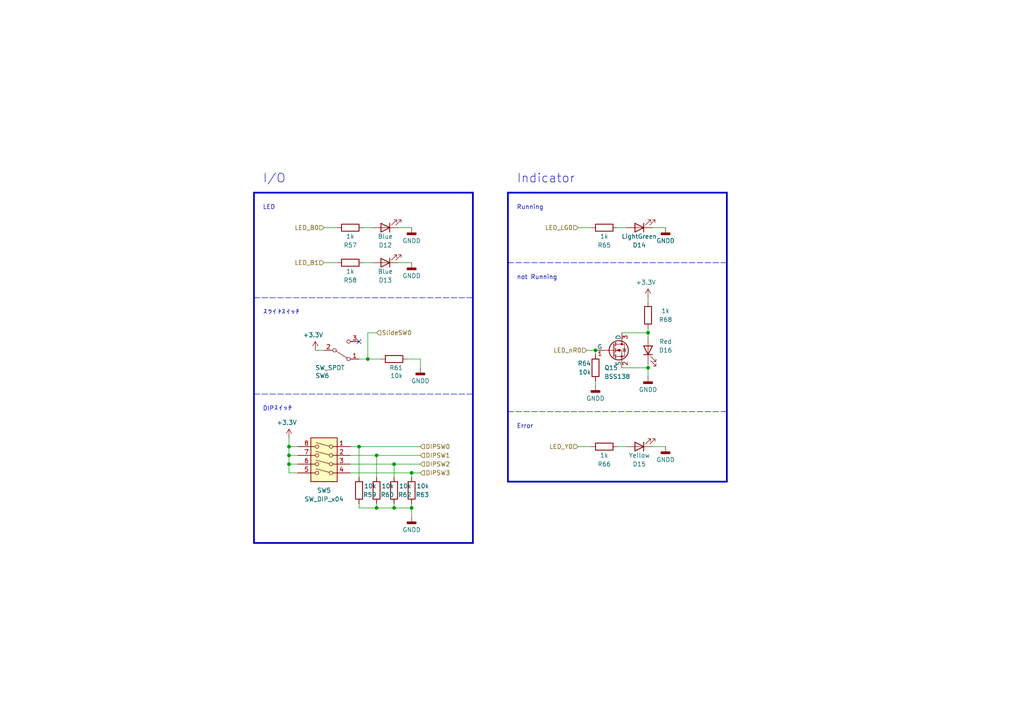
<source format=kicad_sch>
(kicad_sch (version 20230121) (generator eeschema)
  (paper "A4")
  (lib_symbols
    (symbol "Device:LED" (pin_numbers hide) (pin_names (offset 1.016) hide)
      (property "Reference" "D" (at 0 2.54 0))
      (property "Value" "LED" (at 0 -2.54 0))
      (symbol "LED_0_1"
        (polyline (pts (xy -1.27 -1.27) (xy -1.27 1.27)) (stroke (width 0.254)))
        (polyline (pts (xy -1.27 0) (xy 1.27 0)))
        (polyline (pts (xy 1.27 -1.27) (xy 1.27 1.27) (xy -1.27 0) (xy 1.27 -1.27)) (stroke (width 0.254)))
        (polyline (pts (xy -3.048 -0.762) (xy -4.572 -2.286) (xy -3.81 -2.286) (xy -4.572 -2.286) (xy -4.572 -1.524)))
        (polyline (pts (xy -1.778 -0.762) (xy -3.302 -2.286) (xy -2.54 -2.286) (xy -3.302 -2.286) (xy -3.302 -1.524)))
      )
      (symbol "LED_1_1"
        (pin passive line (at -3.81 0 0) (length 2.54) (name "K") (number "1"))
        (pin passive line (at 3.81 0 180) (length 2.54) (name "A") (number "2"))
      )
    )
    (symbol "Device:R" (pin_numbers hide) (pin_names (offset 0))
      (property "Reference" "R" (at 2.032 0 90))
      (property "Value" "R" (at 0 0 90))
      (symbol "R_0_1"
        (rectangle (start -1.016 -2.54) (end 1.016 2.54) (stroke (width 0.254)))
      )
      (symbol "R_1_1"
        (pin passive line (at 0 3.81 270) (length 1.27) (name "~") (number "1"))
        (pin passive line (at 0 -3.81 90) (length 1.27) (name "~") (number "2"))
      )
    )
    (symbol "Q_NMOS_GSD_1" (pin_names (offset 0))
      (property "Reference" "Q" (at 5.08 1.27 0))
      (property "Value" "Q_NMOS_GSD_1" (at 5.08 -1.27 0))
      (symbol "Q_NMOS_GSD_1_0_1"
        (polyline (pts (xy 0.254 0) (xy -2.54 0)))
        (polyline (pts (xy 0.254 1.905) (xy 0.254 -1.905)) (stroke (width 0.254)))
        (polyline (pts (xy 0.762 -1.27) (xy 0.762 -2.286)) (stroke (width 0.254)))
        (polyline (pts (xy 0.762 0.508) (xy 0.762 -0.508)) (stroke (width 0.254)))
        (polyline (pts (xy 0.762 2.286) (xy 0.762 1.27)) (stroke (width 0.254)))
        (polyline (pts (xy 2.54 2.54) (xy 2.54 1.778)))
        (polyline (pts (xy 2.54 -2.54) (xy 2.54 0) (xy 0.762 0)))
        (polyline (pts (xy 0.762 -1.778) (xy 3.302 -1.778) (xy 3.302 1.778) (xy 0.762 1.778)))
        (polyline (pts (xy 1.016 0) (xy 2.032 0.381) (xy 2.032 -0.381) (xy 1.016 0)) (fill (type outline)))
        (polyline (pts (xy 2.794 0.508) (xy 2.921 0.381) (xy 3.683 0.381) (xy 3.81 0.254)))
        (polyline (pts (xy 3.302 0.381) (xy 2.921 -0.254) (xy 3.683 -0.254) (xy 3.302 0.381)))
        (circle (center 1.651 0) (radius 2.794) (stroke (width 0.254)))
        (circle (center 2.54 -1.778) (radius 0.254) (fill (type outline)))
        (circle (center 2.54 1.778) (radius 0.254) (fill (type outline)))
      )
      (symbol "Q_NMOS_GSD_1_1_1"
        (pin input line (at -5.08 0 0) (length 2.54) (name "G") (number "1"))
        (pin passive line (at 2.54 -5.08 90) (length 2.54) (name "S") (number "2"))
        (pin passive line (at 2.54 5.08 270) (length 2.54) (name "D") (number "3"))
      )
    )
    (symbol "Switch:SW_DIP_x04" (pin_names (offset 0) hide)
      (property "Reference" "SW" (at 0 8.89 0))
      (property "Value" "SW_DIP_x04" (at 0 -6.35 0))
      (symbol "SW_DIP_x04_0_0"
        (circle (center -2.032 -2.54) (radius 0.508))
        (circle (center -2.032 0) (radius 0.508))
        (circle (center -2.032 2.54) (radius 0.508))
        (circle (center -2.032 5.08) (radius 0.508))
        (polyline (pts (xy -1.524 -2.3876) (xy 2.3622 -1.3462)))
        (polyline (pts (xy -1.524 0.127) (xy 2.3622 1.1684)))
        (polyline (pts (xy -1.524 2.667) (xy 2.3622 3.7084)))
        (polyline (pts (xy -1.524 5.207) (xy 2.3622 6.2484)))
        (circle (center 2.032 -2.54) (radius 0.508))
        (circle (center 2.032 0) (radius 0.508))
        (circle (center 2.032 2.54) (radius 0.508))
        (circle (center 2.032 5.08) (radius 0.508))
      )
      (symbol "SW_DIP_x04_0_1"
        (rectangle (start -3.81 7.62) (end 3.81 -5.08) (stroke (width 0.254)) (fill (type background)))
      )
      (symbol "SW_DIP_x04_1_1"
        (pin passive line (at -7.62 5.08 0) (length 5.08) (name "~") (number "1"))
        (pin passive line (at -7.62 2.54 0) (length 5.08) (name "~") (number "2"))
        (pin passive line (at -7.62 0 0) (length 5.08) (name "~") (number "3"))
        (pin passive line (at -7.62 -2.54 0) (length 5.08) (name "~") (number "4"))
        (pin passive line (at 7.62 -2.54 180) (length 5.08) (name "~") (number "5"))
        (pin passive line (at 7.62 0 180) (length 5.08) (name "~") (number "6"))
        (pin passive line (at 7.62 2.54 180) (length 5.08) (name "~") (number "7"))
        (pin passive line (at 7.62 5.08 180) (length 5.08) (name "~") (number "8"))
      )
    )
    (symbol "Switch:SW_SPDT" (pin_names (offset 0) hide)
      (property "Reference" "SW" (at 0 4.318 0))
      (property "Value" "SW_SPDT" (at 0 -5.08 0))
      (symbol "SW_SPDT_0_0"
        (circle (center -2.032 0) (radius 0.508))
        (circle (center 2.032 -2.54) (radius 0.508))
      )
      (symbol "SW_SPDT_0_1"
        (polyline (pts (xy -1.524 0.254) (xy 1.651 2.286)))
        (circle (center 2.032 2.54) (radius 0.508))
      )
      (symbol "SW_SPDT_1_1"
        (pin passive line (at 5.08 2.54 180) (length 2.54) (name "A") (number "1"))
        (pin passive line (at -5.08 0 0) (length 2.54) (name "B") (number "2"))
        (pin passive line (at 5.08 -2.54 180) (length 2.54) (name "C") (number "3"))
      )
    )
    (symbol "power:+3.3V" (power) (pin_names (offset 0))
      (property "Value" "+3.3V" (at 0 3.556 0))
      (symbol "+3.3V_0_1"
        (polyline (pts (xy -0.762 1.27) (xy 0 2.54)))
        (polyline (pts (xy 0 0) (xy 0 2.54)))
        (polyline (pts (xy 0 2.54) (xy 0.762 1.27)))
      )
      (symbol "+3.3V_1_1"
        (pin power_in line (at 0 0 90) (length 0) hide (name "+3.3V") (number "1"))
      )
    )
    (symbol "power:GNDD" (power) (pin_names (offset 0))
      (property "Value" "GNDD" (at 0 -3.175 0))
      (symbol "GNDD_0_1"
        (rectangle (start -1.27 -1.524) (end 1.27 -2.032) (stroke (width 0.254)) (fill (type outline)))
        (polyline (pts (xy 0 0) (xy 0 -1.524)))
      )
      (symbol "GNDD_1_1"
        (pin power_in line (at 0 0 270) (length 0) hide (name "GNDD") (number "1"))
      )
    )
  )
  (junction (at 104.14 129.54))
  (junction (at 172.72 101.6))
  (junction (at 83.82 129.54))
  (junction (at 109.22 147.32))
  (junction (at 187.96 106.68))
  (junction (at 106.68 104.14))
  (junction (at 83.82 134.62))
  (junction (at 109.22 132.08))
  (junction (at 187.96 96.52))
  (junction (at 83.82 132.08))
  (junction (at 119.38 137.16))
  (junction (at 114.3 134.62))
  (junction (at 119.38 147.32))
  (junction (at 114.3 147.32))
  (no_connect (at 104.14 99.06))
  (wire (pts (xy 187.96 86.36) (xy 187.96 87.63)))
  (wire (pts (xy 187.96 106.68) (xy 187.96 109.22)))
  (wire (pts (xy 109.22 138.43) (xy 109.22 132.08)))
  (wire (pts (xy 101.6 137.16) (xy 119.38 137.16)))
  (wire (pts (xy 104.14 147.32) (xy 104.14 146.05)))
  (wire (pts (xy 187.96 106.68) (xy 187.96 105.41)))
  (polyline (pts (xy 147.32 76.2) (xy 210.82 76.2)) (stroke (width 0) (type dash)))
  (wire (pts (xy 105.41 66.04) (xy 107.95 66.04)))
  (wire (pts (xy 119.38 147.32) (xy 114.3 147.32)))
  (wire (pts (xy 83.82 129.54) (xy 86.36 129.54)))
  (wire (pts (xy 179.07 66.04) (xy 181.61 66.04)))
  (wire (pts (xy 104.14 129.54) (xy 104.14 138.43)))
  (polyline (pts (xy 73.66 114.3) (xy 137.16 114.3)) (stroke (width 0) (type dash)))
  (wire (pts (xy 101.6 134.62) (xy 114.3 134.62)))
  (polyline (pts (xy 147.32 55.88) (xy 210.82 55.88)) (stroke (width 0.5) (type solid)))
  (wire (pts (xy 109.22 96.52) (xy 106.68 96.52)))
  (polyline (pts (xy 147.32 119.38) (xy 210.82 119.38)) (stroke (width 0) (type dash)))
  (polyline (pts (xy 73.66 157.48) (xy 73.66 55.88)) (stroke (width 0.5) (type solid)))
  (wire (pts (xy 115.57 76.2) (xy 119.38 76.2)))
  (wire (pts (xy 121.92 106.68) (xy 121.92 104.14)))
  (wire (pts (xy 115.57 66.04) (xy 119.38 66.04)))
  (wire (pts (xy 83.82 137.16) (xy 83.82 134.62)))
  (wire (pts (xy 83.82 129.54) (xy 83.82 132.08)))
  (wire (pts (xy 104.14 129.54) (xy 121.92 129.54)))
  (wire (pts (xy 104.14 104.14) (xy 106.68 104.14)))
  (wire (pts (xy 118.11 104.14) (xy 121.92 104.14)))
  (wire (pts (xy 93.98 66.04) (xy 97.79 66.04)))
  (wire (pts (xy 172.72 101.6) (xy 172.72 102.87)))
  (wire (pts (xy 109.22 147.32) (xy 109.22 146.05)))
  (polyline (pts (xy 73.66 86.36) (xy 137.16 86.36)) (stroke (width 0) (type dash)))
  (wire (pts (xy 119.38 137.16) (xy 121.92 137.16)))
  (wire (pts (xy 83.82 127) (xy 83.82 129.54)))
  (wire (pts (xy 167.64 66.04) (xy 171.45 66.04)))
  (wire (pts (xy 114.3 134.62) (xy 114.3 138.43)))
  (wire (pts (xy 172.72 110.49) (xy 172.72 111.76)))
  (wire (pts (xy 119.38 137.16) (xy 119.38 138.43)))
  (wire (pts (xy 109.22 132.08) (xy 121.92 132.08)))
  (wire (pts (xy 109.22 147.32) (xy 104.14 147.32)))
  (polyline (pts (xy 73.66 157.48) (xy 137.16 157.48)) (stroke (width 0.5) (type solid)))
  (wire (pts (xy 119.38 149.86) (xy 119.38 147.32)))
  (wire (pts (xy 101.6 132.08) (xy 109.22 132.08)))
  (wire (pts (xy 179.07 129.54) (xy 181.61 129.54)))
  (polyline (pts (xy 73.66 55.88) (xy 137.16 55.88)) (stroke (width 0.5) (type solid)))
  (wire (pts (xy 106.68 96.52) (xy 106.68 104.14)))
  (wire (pts (xy 101.6 129.54) (xy 104.14 129.54)))
  (wire (pts (xy 114.3 134.62) (xy 121.92 134.62)))
  (wire (pts (xy 91.44 101.6) (xy 93.98 101.6)))
  (wire (pts (xy 119.38 147.32) (xy 119.38 146.05)))
  (polyline (pts (xy 147.32 139.7) (xy 210.82 139.7)) (stroke (width 0.5) (type solid)))
  (wire (pts (xy 83.82 132.08) (xy 86.36 132.08)))
  (wire (pts (xy 180.34 106.68) (xy 187.96 106.68)))
  (wire (pts (xy 189.23 66.04) (xy 193.04 66.04)))
  (polyline (pts (xy 137.16 157.48) (xy 137.16 55.88)) (stroke (width 0.5) (type solid)))
  (wire (pts (xy 189.23 129.54) (xy 193.04 129.54)))
  (polyline (pts (xy 210.82 139.7) (xy 210.82 55.88)) (stroke (width 0.5) (type solid)))
  (wire (pts (xy 105.41 76.2) (xy 107.95 76.2)))
  (wire (pts (xy 180.34 96.52) (xy 187.96 96.52)))
  (polyline (pts (xy 147.32 139.7) (xy 147.32 55.88)) (stroke (width 0.5) (type solid)))
  (wire (pts (xy 83.82 134.62) (xy 86.36 134.62)))
  (wire (pts (xy 114.3 147.32) (xy 114.3 146.05)))
  (wire (pts (xy 187.96 95.25) (xy 187.96 96.52)))
  (wire (pts (xy 86.36 137.16) (xy 83.82 137.16)))
  (wire (pts (xy 93.98 76.2) (xy 97.79 76.2)))
  (wire (pts (xy 187.96 96.52) (xy 187.96 97.79)))
  (wire (pts (xy 114.3 147.32) (xy 109.22 147.32)))
  (wire (pts (xy 167.64 129.54) (xy 171.45 129.54)))
  (wire (pts (xy 170.18 101.6) (xy 172.72 101.6)))
  (wire (pts (xy 83.82 134.62) (xy 83.82 132.08)))
  (wire (pts (xy 106.68 104.14) (xy 110.49 104.14)))
  (text "LED" (at 76.2 60.96 0) (effects (font (size 1.27 1.27)) (justify left bottom)))
  (text "Error" (at 149.86 124.46 0) (effects (font (size 1.27 1.27)) (justify left bottom)))
  (text "I/O" (at 76.2 53.34 0) (effects (font (size 2.54 2.54)) (justify left bottom)))
  (text "DIPスイッチ" (at 76.2 119.38 0) (effects (font (size 1.27 1.27)) (justify left bottom)))
  (text "not Running" (at 149.86 81.28 0) (effects (font (size 1.27 1.27)) (justify left bottom)))
  (text "Indicator" (at 149.86 53.34 0) (effects (font (size 2.54 2.54)) (justify left bottom)))
  (text "Running" (at 149.86 60.96 0) (effects (font (size 1.27 1.27)) (justify left bottom)))
  (text "スライドスイッチ" (at 76.2 91.44 0) (effects (font (size 1.27 1.27)) (justify left bottom)))
  (hierarchical_label "LED_nR0" (shape input) (at 170.18 101.6 180))
  (hierarchical_label "LED_LG0" (shape input) (at 167.64 66.04 180))
  (hierarchical_label "SlideSW0" (shape input) (at 109.22 96.52 0))
  (hierarchical_label "LED_Y0" (shape input) (at 167.64 129.54 180))
  (hierarchical_label "DIPSW2" (shape input) (at 121.92 134.62 0))
  (hierarchical_label "DIPSW1" (shape input) (at 121.92 132.08 0))
  (hierarchical_label "LED_B0" (shape input) (at 93.98 66.04 180))
  (hierarchical_label "LED_B1" (shape input) (at 93.98 76.2 180))
  (hierarchical_label "DIPSW0" (shape input) (at 121.92 129.54 0))
  (hierarchical_label "DIPSW3" (shape input) (at 121.92 137.16 0))
  (symbol (lib_id "power:+3.3V") (at 187.96 86.36 0) (unit 1)
    (property "Reference" "#PWR065" (effects hide))
    (property "Value" "+3.3V" (at 187.325 81.915 0))
  )
  (symbol (lib_id "Device:R") (at 175.26 66.04 270) (mirror x) (unit 1)
    (property "Reference" "R65" (at 175.26 71.12 90))
    (property "Value" "1k" (at 175.26 68.58 90))
    (property "Footprint" "Resistor_SMD:R_0402_1005Metric" (effects hide))
  )
  (symbol (lib_id "Device:LED") (at 185.42 129.54 180) (unit 1)
    (property "Reference" "D15" (at 185.42 134.62 0))
    (property "Value" "Yellow" (at 185.42 132.08 0))
    (property "Footprint" "LED_SMD:LED_0603_1608Metric_Pad1.05x0.95mm_HandSolder" (effects hide))
  )
  (symbol (lib_id "Device:R") (at 172.72 106.68 0) (mirror y) (unit 1)
    (property "Reference" "R64" (at 171.45 105.41 0) (effects (justify left)))
    (property "Value" "10k" (at 171.45 107.95 0) (effects (justify left)))
    (property "Footprint" "Resistor_SMD:R_0402_1005Metric" (effects hide))
  )
  (symbol (lib_id "power:GNDD") (at 119.38 149.86 0) (unit 1)
    (property "Reference" "#PWR058" (effects hide))
    (property "Value" "GNDD" (at 119.38 153.67 0))
  )
  (symbol (lib_id "Device:R") (at 187.96 91.44 0) (mirror y) (unit 1)
    (property "Reference" "R68" (at 193.04 92.71 0))
    (property "Value" "1k" (at 193.04 90.17 0))
    (property "Footprint" "Resistor_SMD:R_0402_1005Metric" (effects hide))
  )
  (symbol (lib_id "power:GNDD") (at 119.38 66.04 0) (unit 1)
    (property "Reference" "#PWR054" (effects hide))
    (property "Value" "GNDD" (at 119.38 69.85 0))
  )
  (symbol (lib_id "power:GNDD") (at 119.38 76.2 0) (unit 1)
    (property "Reference" "#PWR055" (effects hide))
    (property "Value" "GNDD" (at 119.38 80.01 0))
  )
  (symbol (lib_id "power:GNDD") (at 187.96 109.22 0) (unit 1)
    (property "Reference" "#PWR068" (effects hide))
    (property "Value" "GNDD" (at 187.96 113.03 0))
  )
  (symbol (lib_id "Device:LED") (at 185.42 66.04 180) (unit 1)
    (property "Reference" "D14" (at 185.42 71.12 0))
    (property "Value" "LightGreen" (at 185.42 68.58 0))
    (property "Footprint" "LED_SMD:LED_0603_1608Metric_Pad1.05x0.95mm_HandSolder" (effects hide))
  )
  (symbol (lib_id "Switch:SW_DIP_x04") (at 93.98 134.62 0) (mirror y) (unit 1)
    (property "Reference" "SW5" (at 93.98 142.24 0))
    (property "Value" "SW_DIP_x04" (at 93.98 144.78 0))
    (property "Footprint" "Button_Switch_SMD:SW_DIP_SPSTx04_Slide_Copal_CHS-04B_W7.62mm_P1.27mm" (effects hide))
  )
  (symbol (lib_id "Device:R") (at 101.6 76.2 270) (mirror x) (unit 1)
    (property "Reference" "R58" (at 101.6 81.28 90))
    (property "Value" "1k" (at 101.6 78.74 90))
    (property "Footprint" "Resistor_SMD:R_0402_1005Metric" (effects hide))
  )
  (symbol (lib_id "Device:LED") (at 111.76 76.2 180) (unit 1)
    (property "Reference" "D13" (at 111.76 81.28 0))
    (property "Value" "Blue" (at 111.76 78.74 0))
    (property "Footprint" "LED_SMD:LED_0603_1608Metric_Pad1.05x0.95mm_HandSolder" (effects hide))
  )
  (symbol (lib_id "Device:R") (at 175.26 129.54 270) (mirror x) (unit 1)
    (property "Reference" "R66" (at 175.26 134.62 90))
    (property "Value" "1k" (at 175.26 132.08 90))
    (property "Footprint" "Resistor_SMD:R_0402_1005Metric" (effects hide))
  )
  (symbol (lib_id "Device:R") (at 104.14 142.24 180) (unit 1)
    (property "Reference" "R59" (at 109.22 143.51 0) (effects (justify left)))
    (property "Value" "10k" (at 109.22 140.97 0) (effects (justify left)))
    (property "Footprint" "Resistor_SMD:R_0402_1005Metric" (effects hide))
  )
  (symbol (lib_id "power:GNDD") (at 193.04 129.54 0) (unit 1)
    (property "Reference" "#PWR085" (effects hide))
    (property "Value" "GNDD" (at 193.04 133.35 0))
  )
  (symbol (lib_id "Device:LED") (at 187.96 101.6 90) (unit 1)
    (property "Reference" "D16" (at 193.04 101.6 90))
    (property "Value" "Red" (at 193.04 99.06 90))
    (property "Footprint" "LED_SMD:LED_0603_1608Metric_Pad1.05x0.95mm_HandSolder" (effects hide))
  )
  (symbol (lib_id "power:+3.3V") (at 91.44 101.6 0) (unit 1)
    (property "Reference" "#PWR048" (effects hide))
    (property "Value" "+3.3V" (at 90.805 97.155 0))
  )
  (symbol (lib_id "Device:R") (at 114.3 142.24 180) (unit 1)
    (property "Reference" "R62" (at 119.38 143.51 0) (effects (justify left)))
    (property "Value" "10k" (at 119.38 140.97 0) (effects (justify left)))
    (property "Footprint" "Resistor_SMD:R_0402_1005Metric" (effects hide))
  )
  (symbol (lib_id "Device:LED") (at 111.76 66.04 180) (unit 1)
    (property "Reference" "D12" (at 111.76 71.12 0))
    (property "Value" "Blue" (at 111.76 68.58 0))
    (property "Footprint" "LED_SMD:LED_0603_1608Metric_Pad1.05x0.95mm_HandSolder" (effects hide))
  )
  (symbol (lib_id "Device:R") (at 109.22 142.24 180) (unit 1)
    (property "Reference" "R60" (at 114.3 143.51 0) (effects (justify left)))
    (property "Value" "10k" (at 114.3 140.97 0) (effects (justify left)))
    (property "Footprint" "Resistor_SMD:R_0402_1005Metric" (effects hide))
  )
  (symbol (lib_id "power:GNDD") (at 193.04 66.04 0) (unit 1)
    (property "Reference" "#PWR069" (effects hide))
    (property "Value" "GNDD" (at 193.04 69.85 0))
  )
  (symbol (lib_id "Switch:SW_SPDT") (at 99.06 101.6 0) (mirror x) (unit 1)
    (property "Reference" "SW6" (at 91.44 108.9914 0) (effects (justify left)))
    (property "Value" "SW_SPDT" (at 91.44 106.68 0) (effects (justify left)))
    (property "Footprint" "MyLibrary:SW_Slide_3P_SPDT" (effects hide))
  )
  (symbol (lib_id "power:GNDD") (at 121.92 106.68 0) (unit 1)
    (property "Reference" "#PWR059" (effects hide))
    (property "Value" "GNDD" (at 121.92 110.49 0))
  )
  (symbol (lib_id "Device:R") (at 119.38 142.24 180) (unit 1)
    (property "Reference" "R63" (at 124.46 143.51 0) (effects (justify left)))
    (property "Value" "10k" (at 124.46 140.97 0) (effects (justify left)))
    (property "Footprint" "Resistor_SMD:R_0402_1005Metric" (effects hide))
  )
  (symbol (lib_id "power:GNDD") (at 172.72 111.76 0) (unit 1)
    (property "Reference" "#PWR064" (effects hide))
    (property "Value" "GNDD" (at 172.72 115.57 0))
  )
  (symbol (lib_id "Device:R") (at 114.3 104.14 90) (mirror x) (unit 1)
    (property "Reference" "R61" (at 116.84 106.68 90) (effects (justify left)))
    (property "Value" "10k" (at 116.84 108.9914 90) (effects (justify left)))
    (property "Footprint" "Resistor_SMD:R_0402_1005Metric" (effects hide))
  )
  (symbol (lib_id "Device:R") (at 101.6 66.04 270) (mirror x) (unit 1)
    (property "Reference" "R57" (at 101.6 71.12 90))
    (property "Value" "1k" (at 101.6 68.58 90))
    (property "Footprint" "Resistor_SMD:R_0402_1005Metric" (effects hide))
  )
  (symbol (lib_id "power:+3.3V") (at 83.82 127 0) (unit 1)
    (property "Reference" "#PWR047" (effects hide))
    (property "Value" "+3.3V" (at 83.185 122.555 0))
  )
  (symbol (lib_name "Q_NMOS_GSD_1") (lib_id "Device:Q_NMOS_GSD") (at 177.8 101.6 0) (unit 1)
    (property "Reference" "Q15" (at 175.26 106.68 0) (effects (justify left)))
    (property "Value" "BSS138" (at 175.26 109.22 0) (effects (justify left)))
    (property "Footprint" "Package_TO_SOT_SMD:SOT-23" (effects hide))
  )
)
</source>
